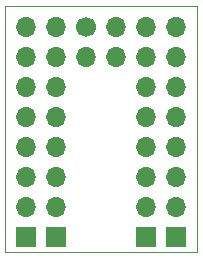
<source format=gbr>
G04 #@! TF.GenerationSoftware,KiCad,Pcbnew,5.1.5+dfsg1-2*
G04 #@! TF.CreationDate,2020-01-22T22:25:37+01:00*
G04 #@! TF.ProjectId,jumper-module,6a756d70-6572-42d6-9d6f-64756c652e6b,v1*
G04 #@! TF.SameCoordinates,Original*
G04 #@! TF.FileFunction,Copper,L2,Bot*
G04 #@! TF.FilePolarity,Positive*
%FSLAX46Y46*%
G04 Gerber Fmt 4.6, Leading zero omitted, Abs format (unit mm)*
G04 Created by KiCad (PCBNEW 5.1.5+dfsg1-2) date 2020-01-22 22:25:37*
%MOMM*%
%LPD*%
G04 APERTURE LIST*
%ADD10C,0.100000*%
%ADD11C,1.700000*%
%ADD12O,1.700000X1.700000*%
%ADD13R,1.700000X1.700000*%
G04 APERTURE END LIST*
D10*
X149606000Y-85852000D02*
X149606000Y-106680000D01*
X133350000Y-85852000D02*
X149606000Y-85852000D01*
X133350000Y-106680000D02*
X133350000Y-85852000D01*
X149606000Y-106680000D02*
X133350000Y-106680000D01*
D11*
X140208000Y-87630000D03*
D12*
X142748000Y-87630000D03*
X140208000Y-90170000D03*
X142748000Y-90170000D03*
D13*
X147828000Y-105410000D03*
D12*
X147828000Y-102870000D03*
X147828000Y-100330000D03*
X147828000Y-97790000D03*
X147828000Y-95250000D03*
X147828000Y-92710000D03*
X147828000Y-90170000D03*
X147828000Y-87630000D03*
X145288000Y-87630000D03*
X145288000Y-90170000D03*
X145288000Y-92710000D03*
X145288000Y-95250000D03*
X145288000Y-97790000D03*
X145288000Y-100330000D03*
X145288000Y-102870000D03*
D13*
X145288000Y-105410000D03*
X137668000Y-105410000D03*
D12*
X137668000Y-102870000D03*
X137668000Y-100330000D03*
X137668000Y-97790000D03*
X137668000Y-95250000D03*
X137668000Y-92710000D03*
X137668000Y-90170000D03*
X137668000Y-87630000D03*
X135128000Y-87630000D03*
X135128000Y-90170000D03*
X135128000Y-92710000D03*
X135128000Y-95250000D03*
X135128000Y-97790000D03*
X135128000Y-100330000D03*
X135128000Y-102870000D03*
D13*
X135128000Y-105410000D03*
M02*

</source>
